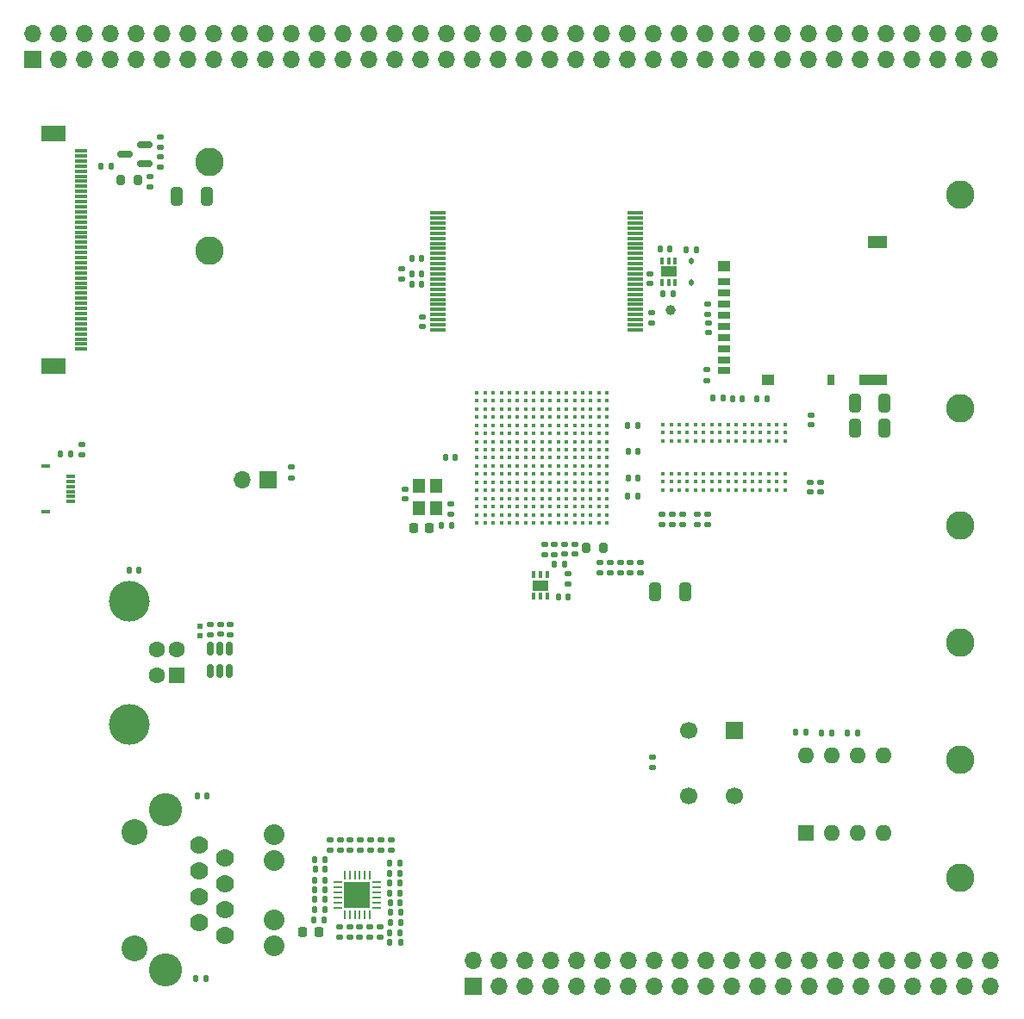
<source format=gbr>
%TF.GenerationSoftware,KiCad,Pcbnew,8.0.1*%
%TF.CreationDate,2025-05-27T09:35:13-07:00*%
%TF.ProjectId,mb,6d622e6b-6963-4616-945f-706362585858,A*%
%TF.SameCoordinates,Original*%
%TF.FileFunction,Soldermask,Top*%
%TF.FilePolarity,Negative*%
%FSLAX46Y46*%
G04 Gerber Fmt 4.6, Leading zero omitted, Abs format (unit mm)*
G04 Created by KiCad (PCBNEW 8.0.1) date 2025-05-27 09:35:13*
%MOMM*%
%LPD*%
G01*
G04 APERTURE LIST*
G04 Aperture macros list*
%AMRoundRect*
0 Rectangle with rounded corners*
0 $1 Rounding radius*
0 $2 $3 $4 $5 $6 $7 $8 $9 X,Y pos of 4 corners*
0 Add a 4 corners polygon primitive as box body*
4,1,4,$2,$3,$4,$5,$6,$7,$8,$9,$2,$3,0*
0 Add four circle primitives for the rounded corners*
1,1,$1+$1,$2,$3*
1,1,$1+$1,$4,$5*
1,1,$1+$1,$6,$7*
1,1,$1+$1,$8,$9*
0 Add four rect primitives between the rounded corners*
20,1,$1+$1,$2,$3,$4,$5,0*
20,1,$1+$1,$4,$5,$6,$7,0*
20,1,$1+$1,$6,$7,$8,$9,0*
20,1,$1+$1,$8,$9,$2,$3,0*%
G04 Aperture macros list end*
%ADD10RoundRect,0.140000X-0.140000X-0.170000X0.140000X-0.170000X0.140000X0.170000X-0.140000X0.170000X0*%
%ADD11RoundRect,0.140000X-0.170000X0.140000X-0.170000X-0.140000X0.170000X-0.140000X0.170000X0.140000X0*%
%ADD12RoundRect,0.135000X-0.185000X0.135000X-0.185000X-0.135000X0.185000X-0.135000X0.185000X0.135000X0*%
%ADD13RoundRect,0.250000X-0.325000X-0.650000X0.325000X-0.650000X0.325000X0.650000X-0.325000X0.650000X0*%
%ADD14RoundRect,0.135000X-0.135000X-0.185000X0.135000X-0.185000X0.135000X0.185000X-0.135000X0.185000X0*%
%ADD15C,2.800000*%
%ADD16RoundRect,0.135000X0.135000X0.185000X-0.135000X0.185000X-0.135000X-0.185000X0.135000X-0.185000X0*%
%ADD17RoundRect,0.135000X0.185000X-0.135000X0.185000X0.135000X-0.185000X0.135000X-0.185000X-0.135000X0*%
%ADD18RoundRect,0.075000X0.712500X0.075000X-0.712500X0.075000X-0.712500X-0.075000X0.712500X-0.075000X0*%
%ADD19R,0.350000X0.650000*%
%ADD20R,1.600000X1.000000*%
%ADD21R,1.200000X1.400000*%
%ADD22RoundRect,0.200000X-0.200000X-0.275000X0.200000X-0.275000X0.200000X0.275000X-0.200000X0.275000X0*%
%ADD23RoundRect,0.150000X0.150000X-0.512500X0.150000X0.512500X-0.150000X0.512500X-0.150000X-0.512500X0*%
%ADD24R,1.700000X1.700000*%
%ADD25C,1.700000*%
%ADD26R,1.600000X1.600000*%
%ADD27C,1.600000*%
%ADD28C,4.000000*%
%ADD29RoundRect,0.140000X0.170000X-0.140000X0.170000X0.140000X-0.170000X0.140000X-0.170000X-0.140000X0*%
%ADD30RoundRect,0.140000X0.140000X0.170000X-0.140000X0.170000X-0.140000X-0.170000X0.140000X-0.170000X0*%
%ADD31RoundRect,0.150000X0.587500X0.150000X-0.587500X0.150000X-0.587500X-0.150000X0.587500X-0.150000X0*%
%ADD32O,1.700000X1.700000*%
%ADD33RoundRect,0.218750X0.218750X0.256250X-0.218750X0.256250X-0.218750X-0.256250X0.218750X-0.256250X0*%
%ADD34O,1.600000X1.600000*%
%ADD35R,1.200000X0.700000*%
%ADD36R,0.800000X1.000000*%
%ADD37R,1.200000X1.000000*%
%ADD38R,2.800000X1.000000*%
%ADD39R,1.900000X1.300000*%
%ADD40RoundRect,0.062500X0.062500X-0.375000X0.062500X0.375000X-0.062500X0.375000X-0.062500X-0.375000X0*%
%ADD41RoundRect,0.062500X0.375000X-0.062500X0.375000X0.062500X-0.375000X0.062500X-0.375000X-0.062500X0*%
%ADD42R,2.500000X2.500000*%
%ADD43R,0.500000X0.550000*%
%ADD44C,2.540000*%
%ADD45C,1.778000*%
%ADD46C,2.032000*%
%ADD47C,3.251200*%
%ADD48RoundRect,0.218750X-0.218750X-0.256250X0.218750X-0.256250X0.218750X0.256250X-0.218750X0.256250X0*%
%ADD49C,0.400000*%
%ADD50RoundRect,0.250000X0.325000X0.650000X-0.325000X0.650000X-0.325000X-0.650000X0.325000X-0.650000X0*%
%ADD51R,0.838200X0.355600*%
%ADD52R,0.838200X0.406400*%
%ADD53C,0.420000*%
%ADD54C,1.000000*%
%ADD55RoundRect,0.112500X0.112500X-0.187500X0.112500X0.187500X-0.112500X0.187500X-0.112500X-0.187500X0*%
%ADD56R,1.200000X0.300000*%
%ADD57R,2.400000X1.600000*%
G04 APERTURE END LIST*
D10*
%TO.C,C324*%
X94922000Y-49602800D03*
X95882000Y-49602800D03*
%TD*%
D11*
%TO.C,C303*%
X109701254Y-72476883D03*
X109701254Y-73436883D03*
%TD*%
D12*
%TO.C,R202*%
X85876600Y-81456600D03*
X85876600Y-82476600D03*
%TD*%
D13*
%TO.C,C202*%
X94470400Y-83261200D03*
X97420400Y-83261200D03*
%TD*%
D14*
%TO.C,R413*%
X68403700Y-114781600D03*
X69423700Y-114781600D03*
%TD*%
D15*
%TO.C,TP402*%
X50657200Y-49717200D03*
%TD*%
D10*
%TO.C,C317*%
X91805800Y-72069200D03*
X92765800Y-72069200D03*
%TD*%
D16*
%TO.C,R410*%
X74485350Y-76742800D03*
X73465350Y-76742800D03*
%TD*%
D12*
%TO.C,R408*%
X83575600Y-78569600D03*
X83575600Y-79589600D03*
%TD*%
D15*
%TO.C,TP401*%
X50657200Y-41005000D03*
%TD*%
D17*
%TO.C,R301*%
X96097800Y-76683868D03*
X96097800Y-75663868D03*
%TD*%
D18*
%TO.C,U302*%
X92446900Y-57520800D03*
X92446900Y-57020800D03*
X92446900Y-56520800D03*
X92446900Y-56020800D03*
X92446900Y-55520800D03*
X92446900Y-55020800D03*
X92446900Y-54520800D03*
X92446900Y-54020800D03*
X92446900Y-53520800D03*
X92446900Y-53020800D03*
X92446900Y-52520800D03*
X92446900Y-52020800D03*
X92446900Y-51520800D03*
X92446900Y-51020800D03*
X92446900Y-50520800D03*
X92446900Y-50020800D03*
X92446900Y-49520800D03*
X92446900Y-49020800D03*
X92446900Y-48520800D03*
X92446900Y-48020800D03*
X92446900Y-47520800D03*
X92446900Y-47020800D03*
X92446900Y-46520800D03*
X92446900Y-46020800D03*
X73071900Y-46020800D03*
X73071900Y-46520800D03*
X73071900Y-47020800D03*
X73071900Y-47520800D03*
X73071900Y-48020800D03*
X73071900Y-48520800D03*
X73071900Y-49020800D03*
X73071900Y-49520800D03*
X73071900Y-50020800D03*
X73071900Y-50520800D03*
X73071900Y-51020800D03*
X73071900Y-51520800D03*
X73071900Y-52020800D03*
X73071900Y-52520800D03*
X73071900Y-53020800D03*
X73071900Y-53520800D03*
X73071900Y-54020800D03*
X73071900Y-54520800D03*
X73071900Y-55020800D03*
X73071900Y-55520800D03*
X73071900Y-56020800D03*
X73071900Y-56520800D03*
X73071900Y-57020800D03*
X73071900Y-57520800D03*
%TD*%
D16*
%TO.C,R419*%
X69404300Y-109955600D03*
X68384300Y-109955600D03*
%TD*%
D11*
%TO.C,C409*%
X66405100Y-116232000D03*
X66405100Y-117192000D03*
%TD*%
%TO.C,C316*%
X95116000Y-75673868D03*
X95116000Y-76633868D03*
%TD*%
D16*
%TO.C,R205*%
X114321600Y-97106700D03*
X113301600Y-97106700D03*
%TD*%
D15*
%TO.C,TP202*%
X124428200Y-44230200D03*
%TD*%
%TO.C,TP204*%
X124428200Y-99801750D03*
%TD*%
D12*
%TO.C,R430*%
X64423900Y-116202000D03*
X64423900Y-117222000D03*
%TD*%
D16*
%TO.C,R423*%
X69423700Y-115785200D03*
X68403700Y-115785200D03*
%TD*%
D17*
%TO.C,R402*%
X45859622Y-41501800D03*
X45859622Y-40481800D03*
%TD*%
D12*
%TO.C,R411*%
X52714600Y-86441600D03*
X52714600Y-87461600D03*
%TD*%
D14*
%TO.C,R311*%
X91750400Y-73821800D03*
X92770400Y-73821800D03*
%TD*%
D17*
%TO.C,R436*%
X63500000Y-108635800D03*
X63500000Y-107615800D03*
%TD*%
D19*
%TO.C,U201*%
X83819200Y-81610200D03*
X83169200Y-81610200D03*
X82519200Y-81610200D03*
X82519200Y-83710200D03*
X83169200Y-83710200D03*
X83819200Y-83710200D03*
D20*
X83169200Y-82660200D03*
%TD*%
D11*
%TO.C,C212*%
X85556800Y-78599600D03*
X85556800Y-79559600D03*
%TD*%
D21*
%TO.C,Y201*%
X72959350Y-75031200D03*
X72959350Y-72831200D03*
X71259350Y-72831200D03*
X71259350Y-75031200D03*
%TD*%
D22*
%TO.C,R409*%
X87678200Y-78927200D03*
X89328200Y-78927200D03*
%TD*%
%TO.C,R401*%
X41965100Y-42797100D03*
X43615100Y-42797100D03*
%TD*%
D23*
%TO.C,U401*%
X50748600Y-91092400D03*
X51698600Y-91092400D03*
X52648600Y-91092400D03*
X52648600Y-88817400D03*
X51698600Y-88817400D03*
X50748600Y-88817400D03*
%TD*%
D24*
%TO.C,SW201*%
X102261357Y-96851300D03*
D25*
X102261357Y-103351300D03*
X97761357Y-96851300D03*
X97761357Y-103351300D03*
%TD*%
D26*
%TO.C,J405*%
X47458400Y-91475600D03*
D27*
X47458400Y-88975600D03*
X45458400Y-88975600D03*
X45458400Y-91475600D03*
D28*
X42758400Y-84225600D03*
X42758400Y-96265600D03*
%TD*%
D16*
%TO.C,R204*%
X111756200Y-97106700D03*
X110736200Y-97106700D03*
%TD*%
D15*
%TO.C,TP209*%
X124428200Y-76724450D03*
%TD*%
D12*
%TO.C,R308*%
X99577600Y-75648600D03*
X99577600Y-76668600D03*
%TD*%
D11*
%TO.C,C323*%
X93968000Y-52030000D03*
X93968000Y-52990000D03*
%TD*%
D12*
%TO.C,R309*%
X98561600Y-75674000D03*
X98561600Y-76694000D03*
%TD*%
%TO.C,R406*%
X38135000Y-68744784D03*
X38135000Y-69764784D03*
%TD*%
D29*
%TO.C,C204*%
X89051600Y-81365600D03*
X89051600Y-80405600D03*
%TD*%
D12*
%TO.C,R306*%
X92988600Y-80350200D03*
X92988600Y-81370200D03*
%TD*%
D30*
%TO.C,C408*%
X62008300Y-110565200D03*
X61048300Y-110565200D03*
%TD*%
D11*
%TO.C,C401*%
X44796700Y-42469500D03*
X44796700Y-43429500D03*
%TD*%
D17*
%TO.C,R313*%
X99556800Y-62477800D03*
X99556800Y-61457800D03*
%TD*%
D31*
%TO.C,Q401*%
X44279500Y-41218400D03*
X44279500Y-39318400D03*
X42404500Y-40268400D03*
%TD*%
D24*
%TO.C,J403*%
X56402427Y-72292973D03*
D32*
X53862427Y-72292973D03*
%TD*%
D17*
%TO.C,R435*%
X64490600Y-108635800D03*
X64490600Y-107615800D03*
%TD*%
D30*
%TO.C,C405*%
X61985500Y-109600000D03*
X61025500Y-109600000D03*
%TD*%
D11*
%TO.C,C213*%
X74356350Y-74660000D03*
X74356350Y-75620000D03*
%TD*%
D14*
%TO.C,R428*%
X61005100Y-114492000D03*
X62025100Y-114492000D03*
%TD*%
%TO.C,R433*%
X68398200Y-117754400D03*
X69418200Y-117754400D03*
%TD*%
D33*
%TO.C,D402*%
X72273650Y-77022200D03*
X70698650Y-77022200D03*
%TD*%
D17*
%TO.C,R315*%
X69584000Y-52560200D03*
X69584000Y-51540200D03*
%TD*%
D10*
%TO.C,C412*%
X42748200Y-81178400D03*
X43708200Y-81178400D03*
%TD*%
D14*
%TO.C,R426*%
X61005100Y-111596400D03*
X62025100Y-111596400D03*
%TD*%
D15*
%TO.C,TP208*%
X124393400Y-65185800D03*
%TD*%
%TO.C,TP203*%
X124428200Y-88263100D03*
%TD*%
D24*
%TO.C,J502*%
X76606400Y-122021600D03*
D32*
X76606400Y-119481600D03*
X79146400Y-122021600D03*
X79146400Y-119481600D03*
X81686400Y-122021600D03*
X81686400Y-119481600D03*
X84226400Y-122021600D03*
X84226400Y-119481600D03*
X86766400Y-122021600D03*
X86766400Y-119481600D03*
X89306400Y-122021600D03*
X89306400Y-119481600D03*
X91846400Y-122021600D03*
X91846400Y-119481600D03*
X94386400Y-122021600D03*
X94386400Y-119481600D03*
X96926400Y-122021600D03*
X96926400Y-119481600D03*
X99466400Y-122021600D03*
X99466400Y-119481600D03*
X102006400Y-122021600D03*
X102006400Y-119481600D03*
X104546400Y-122021600D03*
X104546400Y-119481600D03*
X107086400Y-122021600D03*
X107086400Y-119481600D03*
X109626400Y-122021600D03*
X109626400Y-119481600D03*
X112166400Y-122021600D03*
X112166400Y-119481600D03*
X114706400Y-122021600D03*
X114706400Y-119481600D03*
X117246400Y-122021600D03*
X117246400Y-119481600D03*
X119786400Y-122021600D03*
X119786400Y-119481600D03*
X122326400Y-122021600D03*
X122326400Y-119481600D03*
X124866400Y-122021600D03*
X124866400Y-119481600D03*
X127406400Y-122021600D03*
X127406400Y-119481600D03*
%TD*%
D26*
%TO.C,SW202*%
X109265000Y-106926300D03*
D34*
X111805000Y-106926300D03*
X114345000Y-106926300D03*
X116885000Y-106926300D03*
X116885000Y-99306300D03*
X114345000Y-99306300D03*
X111805000Y-99306300D03*
X109265000Y-99306300D03*
%TD*%
D12*
%TO.C,R407*%
X84566200Y-78569600D03*
X84566200Y-79589600D03*
%TD*%
D14*
%TO.C,R412*%
X68384400Y-116762800D03*
X69404400Y-116762800D03*
%TD*%
D10*
%TO.C,C411*%
X49480000Y-103326200D03*
X50440000Y-103326200D03*
%TD*%
D29*
%TO.C,C207*%
X90016800Y-81365600D03*
X90016800Y-80405600D03*
%TD*%
D35*
%TO.C,J301*%
X101203200Y-52820000D03*
X101203200Y-53920000D03*
X101203200Y-55020000D03*
X101203200Y-56120000D03*
X101203200Y-57220000D03*
X101203200Y-58320000D03*
X101203200Y-59420000D03*
X101203200Y-60520000D03*
X101203200Y-61470000D03*
D36*
X111703200Y-62420000D03*
D37*
X105503200Y-62420000D03*
D38*
X115853200Y-62420000D03*
D37*
X101203200Y-51270000D03*
D39*
X116303200Y-48920000D03*
%TD*%
D10*
%TO.C,C203*%
X84914000Y-83770000D03*
X85874000Y-83770000D03*
%TD*%
D11*
%TO.C,C218*%
X69885950Y-73164000D03*
X69885950Y-74124000D03*
%TD*%
D30*
%TO.C,C210*%
X74810000Y-70062600D03*
X73850000Y-70062600D03*
%TD*%
D11*
%TO.C,C406*%
X63407900Y-116232000D03*
X63407900Y-117192000D03*
%TD*%
D10*
%TO.C,C315*%
X102052100Y-64266668D03*
X103012100Y-64266668D03*
%TD*%
D17*
%TO.C,R421*%
X67389700Y-117209600D03*
X67389700Y-116189600D03*
%TD*%
D40*
%TO.C,U402*%
X63929800Y-115003100D03*
X64429800Y-115003100D03*
X64929800Y-115003100D03*
X65429800Y-115003100D03*
X65929800Y-115003100D03*
X66429800Y-115003100D03*
D41*
X67117300Y-114315600D03*
X67117300Y-113815600D03*
X67117300Y-113315600D03*
X67117300Y-112815600D03*
X67117300Y-112315600D03*
X67117300Y-111815600D03*
D40*
X66429800Y-111128100D03*
X65929800Y-111128100D03*
X65429800Y-111128100D03*
X64929800Y-111128100D03*
X64429800Y-111128100D03*
X63929800Y-111128100D03*
D41*
X63242300Y-111815600D03*
X63242300Y-112315600D03*
X63242300Y-112815600D03*
X63242300Y-113315600D03*
X63242300Y-113815600D03*
X63242300Y-114315600D03*
D42*
X65179800Y-113065600D03*
%TD*%
D12*
%TO.C,R432*%
X94142000Y-99475800D03*
X94142000Y-100495800D03*
%TD*%
D29*
%TO.C,C304*%
X109726654Y-66832883D03*
X109726654Y-65872883D03*
%TD*%
D12*
%TO.C,R317*%
X94107000Y-55825200D03*
X94107000Y-56845200D03*
%TD*%
D30*
%TO.C,C321*%
X71511800Y-50526200D03*
X70551800Y-50526200D03*
%TD*%
D43*
%TO.C,D401*%
X49768200Y-87566500D03*
X49768200Y-86616500D03*
%TD*%
D12*
%TO.C,R405*%
X58737542Y-71023800D03*
X58737542Y-72043800D03*
%TD*%
D14*
%TO.C,R431*%
X61005100Y-113526800D03*
X62025100Y-113526800D03*
%TD*%
D17*
%TO.C,R434*%
X62509400Y-108635800D03*
X62509400Y-107615800D03*
%TD*%
D12*
%TO.C,R417*%
X50733400Y-86438800D03*
X50733400Y-87458800D03*
%TD*%
D10*
%TO.C,C403*%
X40017200Y-41436800D03*
X40977200Y-41436800D03*
%TD*%
D29*
%TO.C,C407*%
X51724000Y-87412300D03*
X51724000Y-86452300D03*
%TD*%
D24*
%TO.C,J503*%
X33334400Y-30895800D03*
D32*
X33334400Y-28355800D03*
X35874400Y-30895800D03*
X35874400Y-28355800D03*
X38414400Y-30895800D03*
X38414400Y-28355800D03*
X40954400Y-30895800D03*
X40954400Y-28355800D03*
X43494400Y-30895800D03*
X43494400Y-28355800D03*
X46034400Y-30895800D03*
X46034400Y-28355800D03*
X48574400Y-30895800D03*
X48574400Y-28355800D03*
X51114400Y-30895800D03*
X51114400Y-28355800D03*
X53654400Y-30895800D03*
X53654400Y-28355800D03*
X56194400Y-30895800D03*
X56194400Y-28355800D03*
X58734400Y-30895800D03*
X58734400Y-28355800D03*
X61274400Y-30895800D03*
X61274400Y-28355800D03*
X63814400Y-30895800D03*
X63814400Y-28355800D03*
X66354400Y-30895800D03*
X66354400Y-28355800D03*
X68894400Y-30895800D03*
X68894400Y-28355800D03*
X71434400Y-30895800D03*
X71434400Y-28355800D03*
X73974400Y-30895800D03*
X73974400Y-28355800D03*
X76514400Y-30895800D03*
X76514400Y-28355800D03*
X79054400Y-30895800D03*
X79054400Y-28355800D03*
X81594400Y-30895800D03*
X81594400Y-28355800D03*
X84134400Y-30895800D03*
X84134400Y-28355800D03*
X86674400Y-30895800D03*
X86674400Y-28355800D03*
X89214400Y-30895800D03*
X89214400Y-28355800D03*
X91754400Y-30895800D03*
X91754400Y-28355800D03*
X94294400Y-30895800D03*
X94294400Y-28355800D03*
X96834400Y-30895800D03*
X96834400Y-28355800D03*
X99374400Y-30895800D03*
X99374400Y-28355800D03*
X101914400Y-30895800D03*
X101914400Y-28355800D03*
X104454400Y-30895800D03*
X104454400Y-28355800D03*
X106994400Y-30895800D03*
X106994400Y-28355800D03*
X109534400Y-30895800D03*
X109534400Y-28355800D03*
X112074400Y-30895800D03*
X112074400Y-28355800D03*
X114614400Y-30895800D03*
X114614400Y-28355800D03*
X117154400Y-30895800D03*
X117154400Y-28355800D03*
X119694400Y-30895800D03*
X119694400Y-28355800D03*
X122234400Y-30895800D03*
X122234400Y-28355800D03*
X124774400Y-30895800D03*
X124774400Y-28355800D03*
X127314400Y-30895800D03*
X127314400Y-28355800D03*
%TD*%
D44*
%TO.C,J406*%
X43259700Y-106844400D03*
X43259700Y-118274400D03*
D45*
X52149700Y-117004400D03*
X49609700Y-115734400D03*
X52149700Y-114464400D03*
X49609700Y-113194400D03*
X52149700Y-111924400D03*
X49609700Y-110654400D03*
X52149700Y-109384400D03*
X49609700Y-108114400D03*
D46*
X56975700Y-118020400D03*
X56975700Y-115480400D03*
X56975700Y-109638400D03*
X56975700Y-107098400D03*
D47*
X46307700Y-104685400D03*
X46307700Y-120433400D03*
%TD*%
D16*
%TO.C,R420*%
X69404300Y-110920800D03*
X68384300Y-110920800D03*
%TD*%
D30*
%TO.C,C319*%
X71511800Y-53040800D03*
X70551800Y-53040800D03*
%TD*%
%TO.C,C320*%
X71511800Y-52050200D03*
X70551800Y-52050200D03*
%TD*%
D16*
%TO.C,R303*%
X105457700Y-64266668D03*
X104437700Y-64266668D03*
%TD*%
D48*
%TO.C,L401*%
X59826400Y-116712000D03*
X61401400Y-116712000D03*
%TD*%
D17*
%TO.C,R415*%
X66471800Y-108659200D03*
X66471800Y-107639200D03*
%TD*%
D49*
%TO.C,U301*%
X107206846Y-66838883D03*
X107206846Y-67638883D03*
X107206846Y-68438883D03*
X107206846Y-71638883D03*
X107206846Y-72438883D03*
X107206846Y-73238883D03*
X106406846Y-66838883D03*
X106406846Y-67638883D03*
X106406846Y-68438883D03*
X106406846Y-71638883D03*
X106406846Y-72438883D03*
X106406846Y-73238883D03*
X105606846Y-66838883D03*
X105606846Y-67638883D03*
X105606846Y-68438883D03*
X105606846Y-71638883D03*
X105606846Y-72438883D03*
X105606846Y-73238883D03*
X104806846Y-66838883D03*
X104806846Y-67638883D03*
X104806846Y-68438883D03*
X104806846Y-71638883D03*
X104806846Y-72438883D03*
X104806846Y-73238883D03*
X104006846Y-66838883D03*
X104006846Y-67638883D03*
X104006846Y-68438883D03*
X104006846Y-71638883D03*
X104006846Y-72438883D03*
X104006846Y-73238883D03*
X103206846Y-66838883D03*
X103206846Y-67638883D03*
X103206846Y-68438883D03*
X103206846Y-71638883D03*
X103206846Y-72438883D03*
X103206846Y-73238883D03*
X102406846Y-66838883D03*
X102406846Y-67638883D03*
X102406846Y-68438883D03*
X102406846Y-71638883D03*
X102406846Y-72438883D03*
X102406846Y-73238883D03*
X101606846Y-66838883D03*
X101606846Y-67638883D03*
X101606846Y-68438883D03*
X101606846Y-71638883D03*
X101606846Y-72438883D03*
X101606846Y-73238883D03*
X100806846Y-66838883D03*
X100806846Y-67638883D03*
X100806846Y-68438883D03*
X100806846Y-71638883D03*
X100806846Y-72438883D03*
X100806846Y-73238883D03*
X100006846Y-66838883D03*
X100006846Y-67638883D03*
X100006846Y-68438883D03*
X100006846Y-71638883D03*
X100006846Y-72438883D03*
X100006846Y-73238883D03*
X99206846Y-66838883D03*
X99206846Y-67638883D03*
X99206846Y-68438883D03*
X99206846Y-71638883D03*
X99206846Y-72438883D03*
X99206846Y-73238883D03*
X98406846Y-66838883D03*
X98406846Y-67638883D03*
X98406846Y-68438883D03*
X98406846Y-71638883D03*
X98406846Y-72438883D03*
X98406846Y-73238883D03*
X97606846Y-66838883D03*
X97606846Y-67638883D03*
X97606846Y-68438883D03*
X97606846Y-71638883D03*
X97606846Y-72438883D03*
X97606846Y-73238883D03*
X96806846Y-66838883D03*
X96806846Y-67638883D03*
X96806846Y-68438883D03*
X96806846Y-71638883D03*
X96806846Y-72438883D03*
X96806846Y-73238883D03*
X96006846Y-66838883D03*
X96006846Y-67638883D03*
X96006846Y-68438883D03*
X96006846Y-71638883D03*
X96006846Y-72438883D03*
X96006846Y-73238883D03*
X95206846Y-66838883D03*
X95206846Y-67638883D03*
X95206846Y-68438883D03*
X95206846Y-71638883D03*
X95206846Y-72438883D03*
X95206846Y-73238883D03*
%TD*%
D12*
%TO.C,R302*%
X97122600Y-75663868D03*
X97122600Y-76683868D03*
%TD*%
D50*
%TO.C,C201*%
X116994200Y-67159354D03*
X114044200Y-67159354D03*
%TD*%
D14*
%TO.C,R404*%
X36007377Y-69686584D03*
X37027377Y-69686584D03*
%TD*%
D17*
%TO.C,R416*%
X67487800Y-108659200D03*
X67487800Y-107639200D03*
%TD*%
D29*
%TO.C,C322*%
X71561400Y-57182200D03*
X71561400Y-56222200D03*
%TD*%
D30*
%TO.C,C410*%
X50289182Y-121305200D03*
X49329182Y-121305200D03*
%TD*%
D16*
%TO.C,R304*%
X101139700Y-64220600D03*
X100119700Y-64220600D03*
%TD*%
%TO.C,R310*%
X92772400Y-66887600D03*
X91752400Y-66887600D03*
%TD*%
D50*
%TO.C,C402*%
X50405000Y-44383200D03*
X47455000Y-44383200D03*
%TD*%
D51*
%TO.C,J401*%
X37044078Y-71902085D03*
X37044078Y-72402084D03*
X37044078Y-72902085D03*
X37044078Y-73402085D03*
X37044078Y-73902086D03*
X37044078Y-74402085D03*
D52*
X34544078Y-70902084D03*
X34544078Y-75402086D03*
%TD*%
D11*
%TO.C,C224*%
X86522000Y-78599600D03*
X86522000Y-79559600D03*
%TD*%
D53*
%TO.C,U202*%
X76923554Y-63690615D03*
X77723554Y-63690615D03*
X78523554Y-63690615D03*
X79323554Y-63690615D03*
X80123554Y-63690615D03*
X80923554Y-63690615D03*
X81723554Y-63690615D03*
X82523554Y-63690615D03*
X83323554Y-63690615D03*
X84123554Y-63690615D03*
X84923554Y-63690615D03*
X85723554Y-63690615D03*
X86523554Y-63690615D03*
X87323554Y-63690615D03*
X88123554Y-63690615D03*
X88923554Y-63690615D03*
X89723554Y-63690615D03*
X76923554Y-64490615D03*
X77723554Y-64490615D03*
X78523554Y-64490615D03*
X79323554Y-64490615D03*
X80123554Y-64490615D03*
X80923554Y-64490615D03*
X81723554Y-64490615D03*
X82523554Y-64490615D03*
X83323554Y-64490615D03*
X84123554Y-64490615D03*
X84923554Y-64490615D03*
X85723554Y-64490615D03*
X86523554Y-64490615D03*
X87323554Y-64490615D03*
X88123554Y-64490615D03*
X88923554Y-64490615D03*
X89723554Y-64490615D03*
X76923554Y-65290615D03*
X77723554Y-65290615D03*
X78523554Y-65290615D03*
X79323554Y-65290615D03*
X80123554Y-65290615D03*
X80923554Y-65290615D03*
X81723554Y-65290615D03*
X82523554Y-65290615D03*
X83323554Y-65290615D03*
X84123554Y-65290615D03*
X84923554Y-65290615D03*
X85723554Y-65290615D03*
X86523554Y-65290615D03*
X87323554Y-65290615D03*
X88123554Y-65290615D03*
X88923554Y-65290615D03*
X89723554Y-65290615D03*
X76923554Y-66090615D03*
X77723554Y-66090615D03*
X78523554Y-66090615D03*
X79323554Y-66090615D03*
X80123554Y-66090615D03*
X80923554Y-66090615D03*
X81723554Y-66090615D03*
X82523554Y-66090615D03*
X83323554Y-66090615D03*
X84123554Y-66090615D03*
X84923554Y-66090615D03*
X85723554Y-66090615D03*
X86523554Y-66090615D03*
X87323554Y-66090615D03*
X88123554Y-66090615D03*
X88923554Y-66090615D03*
X89723554Y-66090615D03*
X76923554Y-66890615D03*
X77723554Y-66890615D03*
X78523554Y-66890615D03*
X79323554Y-66890615D03*
X80123554Y-66890615D03*
X80923554Y-66890615D03*
X81723554Y-66890615D03*
X82523554Y-66890615D03*
X83323554Y-66890615D03*
X84123554Y-66890615D03*
X84923554Y-66890615D03*
X85723554Y-66890615D03*
X86523554Y-66890615D03*
X87323554Y-66890615D03*
X88123554Y-66890615D03*
X88923554Y-66890615D03*
X89723554Y-66890615D03*
X76923554Y-67690615D03*
X77723554Y-67690615D03*
X78523554Y-67690615D03*
X79323554Y-67690615D03*
X80123554Y-67690615D03*
X80923554Y-67690615D03*
X81723554Y-67690615D03*
X82523554Y-67690615D03*
X83323554Y-67690615D03*
X84123554Y-67690615D03*
X84923554Y-67690615D03*
X85723554Y-67690615D03*
X86523554Y-67690615D03*
X87323554Y-67690615D03*
X88123554Y-67690615D03*
X88923554Y-67690615D03*
X89723554Y-67690615D03*
X76923554Y-68490615D03*
X77723554Y-68490615D03*
X78523554Y-68490615D03*
X79323554Y-68490615D03*
X80123554Y-68490615D03*
X80923554Y-68490615D03*
X81723554Y-68490615D03*
X82523554Y-68490615D03*
X83323554Y-68490615D03*
X84123554Y-68490615D03*
X84923554Y-68490615D03*
X85723554Y-68490615D03*
X86523554Y-68490615D03*
X87323554Y-68490615D03*
X88123554Y-68490615D03*
X88923554Y-68490615D03*
X89723554Y-68490615D03*
X76923554Y-69290615D03*
X77723554Y-69290615D03*
X78523554Y-69290615D03*
X79323554Y-69290615D03*
X80123554Y-69290615D03*
X80923554Y-69290615D03*
X81723554Y-69290615D03*
X82523554Y-69290615D03*
X83323554Y-69290615D03*
X84123554Y-69290615D03*
X84923554Y-69290615D03*
X85723554Y-69290615D03*
X86523554Y-69290615D03*
X87323554Y-69290615D03*
X88123554Y-69290615D03*
X88923554Y-69290615D03*
X89723554Y-69290615D03*
X76923554Y-70090615D03*
X77723554Y-70090615D03*
X78523554Y-70090615D03*
X79323554Y-70090615D03*
X80123554Y-70090615D03*
X80923554Y-70090615D03*
X81723554Y-70090615D03*
X82523554Y-70090615D03*
X83323554Y-70090615D03*
X84123554Y-70090615D03*
X84923554Y-70090615D03*
X85723554Y-70090615D03*
X86523554Y-70090615D03*
X87323554Y-70090615D03*
X88123554Y-70090615D03*
X88923554Y-70090615D03*
X89723554Y-70090615D03*
X76923554Y-70890615D03*
X77723554Y-70890615D03*
X78523554Y-70890615D03*
X79323554Y-70890615D03*
X80123554Y-70890615D03*
X80923554Y-70890615D03*
X81723554Y-70890615D03*
X82523554Y-70890615D03*
X83323554Y-70890615D03*
X84123554Y-70890615D03*
X84923554Y-70890615D03*
X85723554Y-70890615D03*
X86523554Y-70890615D03*
X87323554Y-70890615D03*
X88123554Y-70890615D03*
X88923554Y-70890615D03*
X89723554Y-70890615D03*
X76923554Y-71690615D03*
X77723554Y-71690615D03*
X78523554Y-71690615D03*
X79323554Y-71690615D03*
X80123554Y-71690615D03*
X80923554Y-71690615D03*
X81723554Y-71690615D03*
X82523554Y-71690615D03*
X83323554Y-71690615D03*
X84123554Y-71690615D03*
X84923554Y-71690615D03*
X85723554Y-71690615D03*
X86523554Y-71690615D03*
X87323554Y-71690615D03*
X88123554Y-71690615D03*
X88923554Y-71690615D03*
X89723554Y-71690615D03*
X76923554Y-72490615D03*
X77723554Y-72490615D03*
X78523554Y-72490615D03*
X79323554Y-72490615D03*
X80123554Y-72490615D03*
X80923554Y-72490615D03*
X81723554Y-72490615D03*
X82523554Y-72490615D03*
X83323554Y-72490615D03*
X84123554Y-72490615D03*
X84923554Y-72490615D03*
X85723554Y-72490615D03*
X86523554Y-72490615D03*
X87323554Y-72490615D03*
X88123554Y-72490615D03*
X88923554Y-72490615D03*
X89723554Y-72490615D03*
X76923554Y-73290615D03*
X77723554Y-73290615D03*
X78523554Y-73290615D03*
X79323554Y-73290615D03*
X80123554Y-73290615D03*
X80923554Y-73290615D03*
X81723554Y-73290615D03*
X82523554Y-73290615D03*
X83323554Y-73290615D03*
X84123554Y-73290615D03*
X84923554Y-73290615D03*
X85723554Y-73290615D03*
X86523554Y-73290615D03*
X87323554Y-73290615D03*
X88123554Y-73290615D03*
X88923554Y-73290615D03*
X89723554Y-73290615D03*
X76923554Y-74090615D03*
X77723554Y-74090615D03*
X78523554Y-74090615D03*
X79323554Y-74090615D03*
X80123554Y-74090615D03*
X80923554Y-74090615D03*
X81723554Y-74090615D03*
X82523554Y-74090615D03*
X83323554Y-74090615D03*
X84123554Y-74090615D03*
X84923554Y-74090615D03*
X85723554Y-74090615D03*
X86523554Y-74090615D03*
X87323554Y-74090615D03*
X88123554Y-74090615D03*
X88923554Y-74090615D03*
X89723554Y-74090615D03*
X76923554Y-74890615D03*
X77723554Y-74890615D03*
X78523554Y-74890615D03*
X79323554Y-74890615D03*
X80123554Y-74890615D03*
X80923554Y-74890615D03*
X81723554Y-74890615D03*
X82523554Y-74890615D03*
X83323554Y-74890615D03*
X84123554Y-74890615D03*
X84923554Y-74890615D03*
X85723554Y-74890615D03*
X86523554Y-74890615D03*
X87323554Y-74890615D03*
X88123554Y-74890615D03*
X88923554Y-74890615D03*
X89723554Y-74890615D03*
X76923554Y-75690615D03*
X77723554Y-75690615D03*
X78523554Y-75690615D03*
X79323554Y-75690615D03*
X80123554Y-75690615D03*
X80923554Y-75690615D03*
X81723554Y-75690615D03*
X82523554Y-75690615D03*
X83323554Y-75690615D03*
X84123554Y-75690615D03*
X84923554Y-75690615D03*
X85723554Y-75690615D03*
X86523554Y-75690615D03*
X87323554Y-75690615D03*
X88123554Y-75690615D03*
X88923554Y-75690615D03*
X89723554Y-75690615D03*
X76923554Y-76490615D03*
X77723554Y-76490615D03*
X78523554Y-76490615D03*
X79323554Y-76490615D03*
X80123554Y-76490615D03*
X80923554Y-76490615D03*
X81723554Y-76490615D03*
X82523554Y-76490615D03*
X83323554Y-76490615D03*
X84123554Y-76490615D03*
X84923554Y-76490615D03*
X85723554Y-76490615D03*
X86523554Y-76490615D03*
X87323554Y-76490615D03*
X88123554Y-76490615D03*
X88923554Y-76490615D03*
X89723554Y-76490615D03*
%TD*%
D12*
%TO.C,R403*%
X45859622Y-38551400D03*
X45859622Y-39571400D03*
%TD*%
%TO.C,R429*%
X65389100Y-116202000D03*
X65389100Y-117222000D03*
%TD*%
%TO.C,R418*%
X68503800Y-107639200D03*
X68503800Y-108659200D03*
%TD*%
D10*
%TO.C,C215*%
X91770200Y-69469000D03*
X92730200Y-69469000D03*
%TD*%
D14*
%TO.C,R314*%
X95183400Y-53995000D03*
X96203400Y-53995000D03*
%TD*%
D19*
%TO.C,U303*%
X95112400Y-52839800D03*
X95762400Y-52839800D03*
X96412400Y-52839800D03*
X96412400Y-50739800D03*
X95762400Y-50739800D03*
X95112400Y-50739800D03*
D20*
X95762400Y-51789800D03*
%TD*%
D11*
%TO.C,C318*%
X99644200Y-56847800D03*
X99644200Y-57807800D03*
%TD*%
D14*
%TO.C,R425*%
X61005100Y-112561600D03*
X62025100Y-112561600D03*
%TD*%
D12*
%TO.C,R201*%
X91007400Y-80350200D03*
X91007400Y-81370200D03*
%TD*%
D10*
%TO.C,C404*%
X68414300Y-113816400D03*
X69374300Y-113816400D03*
%TD*%
D17*
%TO.C,R305*%
X91998000Y-81370200D03*
X91998000Y-80350200D03*
%TD*%
%TO.C,R422*%
X65506600Y-108659200D03*
X65506600Y-107639200D03*
%TD*%
D54*
%TO.C,TP304*%
X95970800Y-55559200D03*
%TD*%
D55*
%TO.C,D301*%
X98029400Y-52846200D03*
X98029400Y-50746200D03*
%TD*%
D16*
%TO.C,R203*%
X109241600Y-97081300D03*
X108221600Y-97081300D03*
%TD*%
D56*
%TO.C,J402*%
X38009278Y-39916086D03*
X38009278Y-40416084D03*
X38009278Y-40916086D03*
X38009278Y-41416085D03*
X38009278Y-41916084D03*
X38009278Y-42416086D03*
X38009278Y-42916085D03*
X38009278Y-43416086D03*
X38009278Y-43916085D03*
X38009278Y-44416084D03*
X38009278Y-44916086D03*
X38009278Y-45416085D03*
X38009278Y-45916086D03*
X38009278Y-46416085D03*
X38009278Y-46916084D03*
X38009278Y-47416086D03*
X38009278Y-47916085D03*
X38009278Y-48416086D03*
X38009278Y-48916085D03*
X38009278Y-49416084D03*
X38009278Y-49916086D03*
X38009278Y-50416085D03*
X38009278Y-50916086D03*
X38009278Y-51416085D03*
X38009278Y-51916084D03*
X38009278Y-52416086D03*
X38009278Y-52916085D03*
X38009278Y-53416086D03*
X38009278Y-53916085D03*
X38009278Y-54416084D03*
X38009278Y-54916086D03*
X38009278Y-55416085D03*
X38009278Y-55916087D03*
X38009278Y-56416086D03*
X38009278Y-56916085D03*
X38009278Y-57416086D03*
X38009278Y-57916085D03*
X38009278Y-58416084D03*
X38009278Y-58916086D03*
X38009278Y-59416085D03*
D57*
X35309685Y-38216085D03*
X35309685Y-61116047D03*
%TD*%
D15*
%TO.C,TP201*%
X124428200Y-111340400D03*
%TD*%
D16*
%TO.C,R437*%
X85551200Y-80518000D03*
X84531200Y-80518000D03*
%TD*%
%TO.C,R312*%
X98542000Y-49688000D03*
X97522000Y-49688000D03*
%TD*%
%TO.C,R427*%
X61936700Y-115492800D03*
X60916700Y-115492800D03*
%TD*%
D50*
%TO.C,C233*%
X116994200Y-64744600D03*
X114044200Y-64744600D03*
%TD*%
D14*
%TO.C,R414*%
X68371100Y-111901200D03*
X69391100Y-111901200D03*
%TD*%
D11*
%TO.C,C301*%
X110691854Y-72476883D03*
X110691854Y-73436883D03*
%TD*%
D17*
%TO.C,R316*%
X99618800Y-55983600D03*
X99618800Y-54963600D03*
%TD*%
D14*
%TO.C,R424*%
X68371100Y-112866400D03*
X69391100Y-112866400D03*
%TD*%
M02*

</source>
